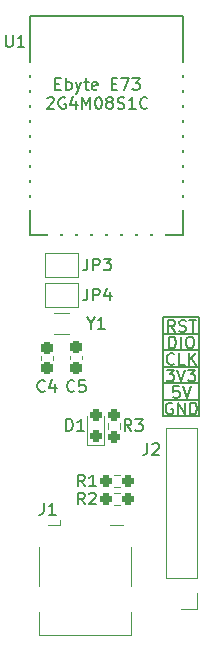
<source format=gto>
G04 #@! TF.GenerationSoftware,KiCad,Pcbnew,(6.0.2)*
G04 #@! TF.CreationDate,2022-03-28T20:02:01+02:00*
G04 #@! TF.ProjectId,nRF52840,6e524635-3238-4343-902e-6b696361645f,rev?*
G04 #@! TF.SameCoordinates,Original*
G04 #@! TF.FileFunction,Legend,Top*
G04 #@! TF.FilePolarity,Positive*
%FSLAX46Y46*%
G04 Gerber Fmt 4.6, Leading zero omitted, Abs format (unit mm)*
G04 Created by KiCad (PCBNEW (6.0.2)) date 2022-03-28 20:02:01*
%MOMM*%
%LPD*%
G01*
G04 APERTURE LIST*
G04 Aperture macros list*
%AMRoundRect*
0 Rectangle with rounded corners*
0 $1 Rounding radius*
0 $2 $3 $4 $5 $6 $7 $8 $9 X,Y pos of 4 corners*
0 Add a 4 corners polygon primitive as box body*
4,1,4,$2,$3,$4,$5,$6,$7,$8,$9,$2,$3,0*
0 Add four circle primitives for the rounded corners*
1,1,$1+$1,$2,$3*
1,1,$1+$1,$4,$5*
1,1,$1+$1,$6,$7*
1,1,$1+$1,$8,$9*
0 Add four rect primitives between the rounded corners*
20,1,$1+$1,$2,$3,$4,$5,0*
20,1,$1+$1,$4,$5,$6,$7,0*
20,1,$1+$1,$6,$7,$8,$9,0*
20,1,$1+$1,$8,$9,$2,$3,0*%
%AMFreePoly0*
4,1,6,1.000000,0.000000,0.500000,-0.750000,-0.500000,-0.750000,-0.500000,0.750000,0.500000,0.750000,1.000000,0.000000,1.000000,0.000000,$1*%
%AMFreePoly1*
4,1,6,0.500000,-0.750000,-0.650000,-0.750000,-0.150000,0.000000,-0.650000,0.750000,0.500000,0.750000,0.500000,-0.750000,0.500000,-0.750000,$1*%
G04 Aperture macros list end*
%ADD10C,0.150000*%
%ADD11C,0.127000*%
%ADD12C,0.120000*%
%ADD13R,2.000000X1.000000*%
%ADD14R,1.000000X2.000000*%
%ADD15R,0.900000X0.900000*%
%ADD16RoundRect,0.237500X0.237500X-0.300000X0.237500X0.300000X-0.237500X0.300000X-0.237500X-0.300000X0*%
%ADD17FreePoly0,0.000000*%
%ADD18FreePoly1,0.000000*%
%ADD19RoundRect,0.237500X0.237500X-0.287500X0.237500X0.287500X-0.237500X0.287500X-0.237500X-0.287500X0*%
%ADD20RoundRect,0.237500X0.237500X-0.250000X0.237500X0.250000X-0.237500X0.250000X-0.237500X-0.250000X0*%
%ADD21C,1.000000*%
%ADD22R,0.500000X2.000000*%
%ADD23R,2.000000X1.700000*%
%ADD24RoundRect,0.237500X-0.250000X-0.237500X0.250000X-0.237500X0.250000X0.237500X-0.250000X0.237500X0*%
%ADD25FreePoly0,180.000000*%
%ADD26FreePoly1,180.000000*%
%ADD27R,1.000000X1.800000*%
%ADD28R,1.700000X1.700000*%
%ADD29O,1.700000X1.700000*%
G04 APERTURE END LIST*
D10*
X150876000Y-92837000D02*
X153924000Y-92837000D01*
X150876000Y-99822000D02*
X153924000Y-99822000D01*
X150876000Y-91440000D02*
X153924000Y-91440000D01*
X153924000Y-91440000D02*
X153924000Y-97028000D01*
X153924000Y-97028000D02*
X150876000Y-97028000D01*
X150876000Y-97028000D02*
X150876000Y-91440000D01*
X150876000Y-95631000D02*
X153924000Y-95631000D01*
X153924000Y-99822000D02*
X153924000Y-97028000D01*
X153924000Y-94234000D02*
X150876000Y-94234000D01*
X150876000Y-97028000D02*
X150876000Y-99822000D01*
X153924000Y-98425000D02*
X150876000Y-98425000D01*
X141740380Y-71640571D02*
X142073714Y-71640571D01*
X142216571Y-72164380D02*
X141740380Y-72164380D01*
X141740380Y-71164380D01*
X142216571Y-71164380D01*
X142645142Y-72164380D02*
X142645142Y-71164380D01*
X142645142Y-71545333D02*
X142740380Y-71497714D01*
X142930857Y-71497714D01*
X143026095Y-71545333D01*
X143073714Y-71592952D01*
X143121333Y-71688190D01*
X143121333Y-71973904D01*
X143073714Y-72069142D01*
X143026095Y-72116761D01*
X142930857Y-72164380D01*
X142740380Y-72164380D01*
X142645142Y-72116761D01*
X143454666Y-71497714D02*
X143692761Y-72164380D01*
X143930857Y-71497714D02*
X143692761Y-72164380D01*
X143597523Y-72402476D01*
X143549904Y-72450095D01*
X143454666Y-72497714D01*
X144168952Y-71497714D02*
X144549904Y-71497714D01*
X144311809Y-71164380D02*
X144311809Y-72021523D01*
X144359428Y-72116761D01*
X144454666Y-72164380D01*
X144549904Y-72164380D01*
X145264190Y-72116761D02*
X145168952Y-72164380D01*
X144978476Y-72164380D01*
X144883238Y-72116761D01*
X144835619Y-72021523D01*
X144835619Y-71640571D01*
X144883238Y-71545333D01*
X144978476Y-71497714D01*
X145168952Y-71497714D01*
X145264190Y-71545333D01*
X145311809Y-71640571D01*
X145311809Y-71735809D01*
X144835619Y-71831047D01*
X146502285Y-71640571D02*
X146835619Y-71640571D01*
X146978476Y-72164380D02*
X146502285Y-72164380D01*
X146502285Y-71164380D01*
X146978476Y-71164380D01*
X147311809Y-71164380D02*
X147978476Y-71164380D01*
X147549904Y-72164380D01*
X148264190Y-71164380D02*
X148883238Y-71164380D01*
X148549904Y-71545333D01*
X148692761Y-71545333D01*
X148788000Y-71592952D01*
X148835619Y-71640571D01*
X148883238Y-71735809D01*
X148883238Y-71973904D01*
X148835619Y-72069142D01*
X148788000Y-72116761D01*
X148692761Y-72164380D01*
X148407047Y-72164380D01*
X148311809Y-72116761D01*
X148264190Y-72069142D01*
X141049904Y-72869619D02*
X141097523Y-72822000D01*
X141192761Y-72774380D01*
X141430857Y-72774380D01*
X141526095Y-72822000D01*
X141573714Y-72869619D01*
X141621333Y-72964857D01*
X141621333Y-73060095D01*
X141573714Y-73202952D01*
X141002285Y-73774380D01*
X141621333Y-73774380D01*
X142573714Y-72822000D02*
X142478476Y-72774380D01*
X142335619Y-72774380D01*
X142192761Y-72822000D01*
X142097523Y-72917238D01*
X142049904Y-73012476D01*
X142002285Y-73202952D01*
X142002285Y-73345809D01*
X142049904Y-73536285D01*
X142097523Y-73631523D01*
X142192761Y-73726761D01*
X142335619Y-73774380D01*
X142430857Y-73774380D01*
X142573714Y-73726761D01*
X142621333Y-73679142D01*
X142621333Y-73345809D01*
X142430857Y-73345809D01*
X143478476Y-73107714D02*
X143478476Y-73774380D01*
X143240380Y-72726761D02*
X143002285Y-73441047D01*
X143621333Y-73441047D01*
X144002285Y-73774380D02*
X144002285Y-72774380D01*
X144335619Y-73488666D01*
X144668952Y-72774380D01*
X144668952Y-73774380D01*
X145335619Y-72774380D02*
X145430857Y-72774380D01*
X145526095Y-72822000D01*
X145573714Y-72869619D01*
X145621333Y-72964857D01*
X145668952Y-73155333D01*
X145668952Y-73393428D01*
X145621333Y-73583904D01*
X145573714Y-73679142D01*
X145526095Y-73726761D01*
X145430857Y-73774380D01*
X145335619Y-73774380D01*
X145240380Y-73726761D01*
X145192761Y-73679142D01*
X145145142Y-73583904D01*
X145097523Y-73393428D01*
X145097523Y-73155333D01*
X145145142Y-72964857D01*
X145192761Y-72869619D01*
X145240380Y-72822000D01*
X145335619Y-72774380D01*
X146240380Y-73202952D02*
X146145142Y-73155333D01*
X146097523Y-73107714D01*
X146049904Y-73012476D01*
X146049904Y-72964857D01*
X146097523Y-72869619D01*
X146145142Y-72822000D01*
X146240380Y-72774380D01*
X146430857Y-72774380D01*
X146526095Y-72822000D01*
X146573714Y-72869619D01*
X146621333Y-72964857D01*
X146621333Y-73012476D01*
X146573714Y-73107714D01*
X146526095Y-73155333D01*
X146430857Y-73202952D01*
X146240380Y-73202952D01*
X146145142Y-73250571D01*
X146097523Y-73298190D01*
X146049904Y-73393428D01*
X146049904Y-73583904D01*
X146097523Y-73679142D01*
X146145142Y-73726761D01*
X146240380Y-73774380D01*
X146430857Y-73774380D01*
X146526095Y-73726761D01*
X146573714Y-73679142D01*
X146621333Y-73583904D01*
X146621333Y-73393428D01*
X146573714Y-73298190D01*
X146526095Y-73250571D01*
X146430857Y-73202952D01*
X147002285Y-73726761D02*
X147145142Y-73774380D01*
X147383238Y-73774380D01*
X147478476Y-73726761D01*
X147526095Y-73679142D01*
X147573714Y-73583904D01*
X147573714Y-73488666D01*
X147526095Y-73393428D01*
X147478476Y-73345809D01*
X147383238Y-73298190D01*
X147192761Y-73250571D01*
X147097523Y-73202952D01*
X147049904Y-73155333D01*
X147002285Y-73060095D01*
X147002285Y-72964857D01*
X147049904Y-72869619D01*
X147097523Y-72822000D01*
X147192761Y-72774380D01*
X147430857Y-72774380D01*
X147573714Y-72822000D01*
X148526095Y-73774380D02*
X147954666Y-73774380D01*
X148240380Y-73774380D02*
X148240380Y-72774380D01*
X148145142Y-72917238D01*
X148049904Y-73012476D01*
X147954666Y-73060095D01*
X149526095Y-73679142D02*
X149478476Y-73726761D01*
X149335619Y-73774380D01*
X149240380Y-73774380D01*
X149097523Y-73726761D01*
X149002285Y-73631523D01*
X148954666Y-73536285D01*
X148907047Y-73345809D01*
X148907047Y-73202952D01*
X148954666Y-73012476D01*
X149002285Y-72917238D01*
X149097523Y-72822000D01*
X149240380Y-72774380D01*
X149335619Y-72774380D01*
X149478476Y-72822000D01*
X149526095Y-72869619D01*
X151376190Y-94051380D02*
X151376190Y-93051380D01*
X151614285Y-93051380D01*
X151757142Y-93099000D01*
X151852380Y-93194238D01*
X151900000Y-93289476D01*
X151947619Y-93479952D01*
X151947619Y-93622809D01*
X151900000Y-93813285D01*
X151852380Y-93908523D01*
X151757142Y-94003761D01*
X151614285Y-94051380D01*
X151376190Y-94051380D01*
X152376190Y-94051380D02*
X152376190Y-93051380D01*
X153042857Y-93051380D02*
X153233333Y-93051380D01*
X153328571Y-93099000D01*
X153423809Y-93194238D01*
X153471428Y-93384714D01*
X153471428Y-93718047D01*
X153423809Y-93908523D01*
X153328571Y-94003761D01*
X153233333Y-94051380D01*
X153042857Y-94051380D01*
X152947619Y-94003761D01*
X152852380Y-93908523D01*
X152804761Y-93718047D01*
X152804761Y-93384714D01*
X152852380Y-93194238D01*
X152947619Y-93099000D01*
X153042857Y-93051380D01*
X151852380Y-92654380D02*
X151519047Y-92178190D01*
X151280952Y-92654380D02*
X151280952Y-91654380D01*
X151661904Y-91654380D01*
X151757142Y-91702000D01*
X151804761Y-91749619D01*
X151852380Y-91844857D01*
X151852380Y-91987714D01*
X151804761Y-92082952D01*
X151757142Y-92130571D01*
X151661904Y-92178190D01*
X151280952Y-92178190D01*
X152233333Y-92606761D02*
X152376190Y-92654380D01*
X152614285Y-92654380D01*
X152709523Y-92606761D01*
X152757142Y-92559142D01*
X152804761Y-92463904D01*
X152804761Y-92368666D01*
X152757142Y-92273428D01*
X152709523Y-92225809D01*
X152614285Y-92178190D01*
X152423809Y-92130571D01*
X152328571Y-92082952D01*
X152280952Y-92035333D01*
X152233333Y-91940095D01*
X152233333Y-91844857D01*
X152280952Y-91749619D01*
X152328571Y-91702000D01*
X152423809Y-91654380D01*
X152661904Y-91654380D01*
X152804761Y-91702000D01*
X153090476Y-91654380D02*
X153661904Y-91654380D01*
X153376190Y-92654380D02*
X153376190Y-91654380D01*
X152209523Y-97242380D02*
X151733333Y-97242380D01*
X151685714Y-97718571D01*
X151733333Y-97670952D01*
X151828571Y-97623333D01*
X152066666Y-97623333D01*
X152161904Y-97670952D01*
X152209523Y-97718571D01*
X152257142Y-97813809D01*
X152257142Y-98051904D01*
X152209523Y-98147142D01*
X152161904Y-98194761D01*
X152066666Y-98242380D01*
X151828571Y-98242380D01*
X151733333Y-98194761D01*
X151685714Y-98147142D01*
X152542857Y-97242380D02*
X152876190Y-98242380D01*
X153209523Y-97242380D01*
X151638095Y-98687000D02*
X151542857Y-98639380D01*
X151400000Y-98639380D01*
X151257142Y-98687000D01*
X151161904Y-98782238D01*
X151114285Y-98877476D01*
X151066666Y-99067952D01*
X151066666Y-99210809D01*
X151114285Y-99401285D01*
X151161904Y-99496523D01*
X151257142Y-99591761D01*
X151400000Y-99639380D01*
X151495238Y-99639380D01*
X151638095Y-99591761D01*
X151685714Y-99544142D01*
X151685714Y-99210809D01*
X151495238Y-99210809D01*
X152114285Y-99639380D02*
X152114285Y-98639380D01*
X152685714Y-99639380D01*
X152685714Y-98639380D01*
X153161904Y-99639380D02*
X153161904Y-98639380D01*
X153400000Y-98639380D01*
X153542857Y-98687000D01*
X153638095Y-98782238D01*
X153685714Y-98877476D01*
X153733333Y-99067952D01*
X153733333Y-99210809D01*
X153685714Y-99401285D01*
X153638095Y-99496523D01*
X153542857Y-99591761D01*
X153400000Y-99639380D01*
X153161904Y-99639380D01*
X151161904Y-95845380D02*
X151780952Y-95845380D01*
X151447619Y-96226333D01*
X151590476Y-96226333D01*
X151685714Y-96273952D01*
X151733333Y-96321571D01*
X151780952Y-96416809D01*
X151780952Y-96654904D01*
X151733333Y-96750142D01*
X151685714Y-96797761D01*
X151590476Y-96845380D01*
X151304761Y-96845380D01*
X151209523Y-96797761D01*
X151161904Y-96750142D01*
X152066666Y-95845380D02*
X152400000Y-96845380D01*
X152733333Y-95845380D01*
X152971428Y-95845380D02*
X153590476Y-95845380D01*
X153257142Y-96226333D01*
X153400000Y-96226333D01*
X153495238Y-96273952D01*
X153542857Y-96321571D01*
X153590476Y-96416809D01*
X153590476Y-96654904D01*
X153542857Y-96750142D01*
X153495238Y-96797761D01*
X153400000Y-96845380D01*
X153114285Y-96845380D01*
X153019047Y-96797761D01*
X152971428Y-96750142D01*
X151804761Y-95353142D02*
X151757142Y-95400761D01*
X151614285Y-95448380D01*
X151519047Y-95448380D01*
X151376190Y-95400761D01*
X151280952Y-95305523D01*
X151233333Y-95210285D01*
X151185714Y-95019809D01*
X151185714Y-94876952D01*
X151233333Y-94686476D01*
X151280952Y-94591238D01*
X151376190Y-94496000D01*
X151519047Y-94448380D01*
X151614285Y-94448380D01*
X151757142Y-94496000D01*
X151804761Y-94543619D01*
X152709523Y-95448380D02*
X152233333Y-95448380D01*
X152233333Y-94448380D01*
X153042857Y-95448380D02*
X153042857Y-94448380D01*
X153614285Y-95448380D02*
X153185714Y-94876952D01*
X153614285Y-94448380D02*
X153042857Y-95019809D01*
X137541095Y-67524380D02*
X137541095Y-68333904D01*
X137588714Y-68429142D01*
X137636333Y-68476761D01*
X137731571Y-68524380D01*
X137922047Y-68524380D01*
X138017285Y-68476761D01*
X138064904Y-68429142D01*
X138112523Y-68333904D01*
X138112523Y-67524380D01*
X139112523Y-68524380D02*
X138541095Y-68524380D01*
X138826809Y-68524380D02*
X138826809Y-67524380D01*
X138731571Y-67667238D01*
X138636333Y-67762476D01*
X138541095Y-67810095D01*
X143343333Y-97639142D02*
X143295714Y-97686761D01*
X143152857Y-97734380D01*
X143057619Y-97734380D01*
X142914761Y-97686761D01*
X142819523Y-97591523D01*
X142771904Y-97496285D01*
X142724285Y-97305809D01*
X142724285Y-97162952D01*
X142771904Y-96972476D01*
X142819523Y-96877238D01*
X142914761Y-96782000D01*
X143057619Y-96734380D01*
X143152857Y-96734380D01*
X143295714Y-96782000D01*
X143343333Y-96829619D01*
X144248095Y-96734380D02*
X143771904Y-96734380D01*
X143724285Y-97210571D01*
X143771904Y-97162952D01*
X143867142Y-97115333D01*
X144105238Y-97115333D01*
X144200476Y-97162952D01*
X144248095Y-97210571D01*
X144295714Y-97305809D01*
X144295714Y-97543904D01*
X144248095Y-97639142D01*
X144200476Y-97686761D01*
X144105238Y-97734380D01*
X143867142Y-97734380D01*
X143771904Y-97686761D01*
X143724285Y-97639142D01*
X144454666Y-86447380D02*
X144454666Y-87161666D01*
X144407047Y-87304523D01*
X144311809Y-87399761D01*
X144168952Y-87447380D01*
X144073714Y-87447380D01*
X144930857Y-87447380D02*
X144930857Y-86447380D01*
X145311809Y-86447380D01*
X145407047Y-86495000D01*
X145454666Y-86542619D01*
X145502285Y-86637857D01*
X145502285Y-86780714D01*
X145454666Y-86875952D01*
X145407047Y-86923571D01*
X145311809Y-86971190D01*
X144930857Y-86971190D01*
X145835619Y-86447380D02*
X146454666Y-86447380D01*
X146121333Y-86828333D01*
X146264190Y-86828333D01*
X146359428Y-86875952D01*
X146407047Y-86923571D01*
X146454666Y-87018809D01*
X146454666Y-87256904D01*
X146407047Y-87352142D01*
X146359428Y-87399761D01*
X146264190Y-87447380D01*
X145978476Y-87447380D01*
X145883238Y-87399761D01*
X145835619Y-87352142D01*
X140843333Y-97639142D02*
X140795714Y-97686761D01*
X140652857Y-97734380D01*
X140557619Y-97734380D01*
X140414761Y-97686761D01*
X140319523Y-97591523D01*
X140271904Y-97496285D01*
X140224285Y-97305809D01*
X140224285Y-97162952D01*
X140271904Y-96972476D01*
X140319523Y-96877238D01*
X140414761Y-96782000D01*
X140557619Y-96734380D01*
X140652857Y-96734380D01*
X140795714Y-96782000D01*
X140843333Y-96829619D01*
X141700476Y-97067714D02*
X141700476Y-97734380D01*
X141462380Y-96686761D02*
X141224285Y-97401047D01*
X141843333Y-97401047D01*
X142644904Y-101022380D02*
X142644904Y-100022380D01*
X142883000Y-100022380D01*
X143025857Y-100070000D01*
X143121095Y-100165238D01*
X143168714Y-100260476D01*
X143216333Y-100450952D01*
X143216333Y-100593809D01*
X143168714Y-100784285D01*
X143121095Y-100879523D01*
X143025857Y-100974761D01*
X142883000Y-101022380D01*
X142644904Y-101022380D01*
X144168714Y-101022380D02*
X143597285Y-101022380D01*
X143883000Y-101022380D02*
X143883000Y-100022380D01*
X143787761Y-100165238D01*
X143692523Y-100260476D01*
X143597285Y-100308095D01*
X148169333Y-101059880D02*
X147836000Y-100583690D01*
X147597904Y-101059880D02*
X147597904Y-100059880D01*
X147978857Y-100059880D01*
X148074095Y-100107500D01*
X148121714Y-100155119D01*
X148169333Y-100250357D01*
X148169333Y-100393214D01*
X148121714Y-100488452D01*
X148074095Y-100536071D01*
X147978857Y-100583690D01*
X147597904Y-100583690D01*
X148502666Y-100059880D02*
X149121714Y-100059880D01*
X148788380Y-100440833D01*
X148931238Y-100440833D01*
X149026476Y-100488452D01*
X149074095Y-100536071D01*
X149121714Y-100631309D01*
X149121714Y-100869404D01*
X149074095Y-100964642D01*
X149026476Y-101012261D01*
X148931238Y-101059880D01*
X148645523Y-101059880D01*
X148550285Y-101012261D01*
X148502666Y-100964642D01*
X140763666Y-107148380D02*
X140763666Y-107862666D01*
X140716047Y-108005523D01*
X140620809Y-108100761D01*
X140477952Y-108148380D01*
X140382714Y-108148380D01*
X141763666Y-108148380D02*
X141192238Y-108148380D01*
X141477952Y-108148380D02*
X141477952Y-107148380D01*
X141382714Y-107291238D01*
X141287476Y-107386476D01*
X141192238Y-107434095D01*
X144232333Y-105735380D02*
X143899000Y-105259190D01*
X143660904Y-105735380D02*
X143660904Y-104735380D01*
X144041857Y-104735380D01*
X144137095Y-104783000D01*
X144184714Y-104830619D01*
X144232333Y-104925857D01*
X144232333Y-105068714D01*
X144184714Y-105163952D01*
X144137095Y-105211571D01*
X144041857Y-105259190D01*
X143660904Y-105259190D01*
X145184714Y-105735380D02*
X144613285Y-105735380D01*
X144899000Y-105735380D02*
X144899000Y-104735380D01*
X144803761Y-104878238D01*
X144708523Y-104973476D01*
X144613285Y-105021095D01*
X144454666Y-88987380D02*
X144454666Y-89701666D01*
X144407047Y-89844523D01*
X144311809Y-89939761D01*
X144168952Y-89987380D01*
X144073714Y-89987380D01*
X144930857Y-89987380D02*
X144930857Y-88987380D01*
X145311809Y-88987380D01*
X145407047Y-89035000D01*
X145454666Y-89082619D01*
X145502285Y-89177857D01*
X145502285Y-89320714D01*
X145454666Y-89415952D01*
X145407047Y-89463571D01*
X145311809Y-89511190D01*
X144930857Y-89511190D01*
X146359428Y-89320714D02*
X146359428Y-89987380D01*
X146121333Y-88939761D02*
X145883238Y-89654047D01*
X146502285Y-89654047D01*
X144724809Y-91924190D02*
X144724809Y-92400380D01*
X144391476Y-91400380D02*
X144724809Y-91924190D01*
X145058142Y-91400380D01*
X145915285Y-92400380D02*
X145343857Y-92400380D01*
X145629571Y-92400380D02*
X145629571Y-91400380D01*
X145534333Y-91543238D01*
X145439095Y-91638476D01*
X145343857Y-91686095D01*
X149526666Y-102068380D02*
X149526666Y-102782666D01*
X149479047Y-102925523D01*
X149383809Y-103020761D01*
X149240952Y-103068380D01*
X149145714Y-103068380D01*
X149955238Y-102163619D02*
X150002857Y-102116000D01*
X150098095Y-102068380D01*
X150336190Y-102068380D01*
X150431428Y-102116000D01*
X150479047Y-102163619D01*
X150526666Y-102258857D01*
X150526666Y-102354095D01*
X150479047Y-102496952D01*
X149907619Y-103068380D01*
X150526666Y-103068380D01*
X144232333Y-107259380D02*
X143899000Y-106783190D01*
X143660904Y-107259380D02*
X143660904Y-106259380D01*
X144041857Y-106259380D01*
X144137095Y-106307000D01*
X144184714Y-106354619D01*
X144232333Y-106449857D01*
X144232333Y-106592714D01*
X144184714Y-106687952D01*
X144137095Y-106735571D01*
X144041857Y-106783190D01*
X143660904Y-106783190D01*
X144613285Y-106354619D02*
X144660904Y-106307000D01*
X144756142Y-106259380D01*
X144994238Y-106259380D01*
X145089476Y-106307000D01*
X145137095Y-106354619D01*
X145184714Y-106449857D01*
X145184714Y-106545095D01*
X145137095Y-106687952D01*
X144565666Y-107259380D01*
X145184714Y-107259380D01*
D11*
X152550000Y-84438000D02*
X152550000Y-65938000D01*
X139550000Y-84438000D02*
X152550000Y-84438000D01*
X139550000Y-65938000D02*
X139550000Y-84438000D01*
X152550000Y-65938000D02*
X139550000Y-65938000D01*
D12*
X144020000Y-94988767D02*
X144020000Y-94696233D01*
X143000000Y-94988767D02*
X143000000Y-94696233D01*
X143643000Y-87995000D02*
X140843000Y-87995000D01*
X140843000Y-85995000D02*
X143643000Y-85995000D01*
X143643000Y-85995000D02*
X143643000Y-87995000D01*
X140843000Y-87995000D02*
X140843000Y-85995000D01*
X140500000Y-95015267D02*
X140500000Y-94722733D01*
X141520000Y-95015267D02*
X141520000Y-94722733D01*
X144426000Y-102230000D02*
X145896000Y-102230000D01*
X144426000Y-99770000D02*
X144426000Y-102230000D01*
X145896000Y-102230000D02*
X145896000Y-99770000D01*
X147207500Y-100862224D02*
X147207500Y-100352776D01*
X146162500Y-100862224D02*
X146162500Y-100352776D01*
X142162000Y-108985000D02*
X142162000Y-108555000D01*
X148182000Y-118305000D02*
X140362000Y-118305000D01*
X141082000Y-108985000D02*
X142162000Y-108985000D01*
X140362000Y-118305000D02*
X140362000Y-116355000D01*
X148182000Y-118305000D02*
X148182000Y-116355000D01*
X148182000Y-114135000D02*
X148182000Y-110905000D01*
X146382000Y-108985000D02*
X147462000Y-108985000D01*
X140362000Y-114135000D02*
X140362000Y-110905000D01*
X146707776Y-105805500D02*
X147217224Y-105805500D01*
X146707776Y-104760500D02*
X147217224Y-104760500D01*
X143643000Y-88535000D02*
X143643000Y-90535000D01*
X140843000Y-88535000D02*
X143643000Y-88535000D01*
X143643000Y-90535000D02*
X140843000Y-90535000D01*
X140843000Y-90535000D02*
X140843000Y-88535000D01*
X141585000Y-92823000D02*
X142935000Y-92823000D01*
X141585000Y-91073000D02*
X142935000Y-91073000D01*
X153730000Y-116138000D02*
X152400000Y-116138000D01*
X153730000Y-100778000D02*
X151070000Y-100778000D01*
X153730000Y-113538000D02*
X151070000Y-113538000D01*
X153730000Y-114808000D02*
X153730000Y-116138000D01*
X153730000Y-113538000D02*
X153730000Y-100778000D01*
X151070000Y-113538000D02*
X151070000Y-100778000D01*
X146707776Y-106284500D02*
X147217224Y-106284500D01*
X146707776Y-107329500D02*
X147217224Y-107329500D01*
%LPC*%
D13*
X139550000Y-70408000D03*
X139550000Y-71678000D03*
X139550000Y-72948000D03*
X139550000Y-74218000D03*
X139550000Y-75488000D03*
X139550000Y-76758000D03*
X139550000Y-78028000D03*
X139550000Y-79298000D03*
X139550000Y-80568000D03*
X139550000Y-81838000D03*
D14*
X141610000Y-84438000D03*
D15*
X142240000Y-82338000D03*
D14*
X142880000Y-84438000D03*
D15*
X143510000Y-82338000D03*
D14*
X144150000Y-84438000D03*
D15*
X144780000Y-82338000D03*
D14*
X145420000Y-84438000D03*
D15*
X146050000Y-82338000D03*
D14*
X146690000Y-84438000D03*
D15*
X147320000Y-82338000D03*
D14*
X147960000Y-84438000D03*
D15*
X148590000Y-82338000D03*
D14*
X149230000Y-84438000D03*
D15*
X149860000Y-82338000D03*
D14*
X150500000Y-84438000D03*
D13*
X152550000Y-81838000D03*
X152550000Y-80568000D03*
D15*
X150450000Y-79933000D03*
D13*
X152550000Y-79298000D03*
D15*
X150450000Y-78663000D03*
D13*
X152550000Y-78028000D03*
D15*
X150450000Y-77393000D03*
D13*
X152550000Y-76758000D03*
D15*
X150450000Y-76123000D03*
D13*
X152550000Y-75488000D03*
D15*
X150450000Y-74853000D03*
D13*
X152550000Y-74218000D03*
D15*
X150450000Y-73583000D03*
D13*
X152550000Y-72948000D03*
D15*
X150450000Y-72313000D03*
D13*
X152550000Y-71678000D03*
D15*
X150450000Y-71043000D03*
D13*
X152550000Y-70408000D03*
D16*
X143510000Y-95705000D03*
X143510000Y-93980000D03*
D17*
X141518000Y-86995000D03*
D18*
X142968000Y-86995000D03*
D16*
X141010000Y-95731500D03*
X141010000Y-94006500D03*
D19*
X145161000Y-101445000D03*
X145161000Y-99695000D03*
D20*
X146685000Y-101520000D03*
X146685000Y-99695000D03*
D21*
X142072000Y-112395000D03*
X146472000Y-112395000D03*
D22*
X142672000Y-109695000D03*
X143472000Y-109695000D03*
X144272000Y-109695000D03*
X145072000Y-109695000D03*
X145872000Y-109695000D03*
D23*
X148722000Y-109795000D03*
X148722000Y-115245000D03*
X139822000Y-115245000D03*
X139822000Y-109795000D03*
D24*
X146050000Y-105283000D03*
X147875000Y-105283000D03*
D25*
X142968000Y-89535000D03*
D26*
X141518000Y-89535000D03*
D27*
X143510000Y-91948000D03*
X141010000Y-91948000D03*
D28*
X152400000Y-114808000D03*
D29*
X152400000Y-112268000D03*
X152400000Y-109728000D03*
X152400000Y-107188000D03*
X152400000Y-104648000D03*
X152400000Y-102108000D03*
D24*
X146050000Y-106807000D03*
X147875000Y-106807000D03*
D28*
X156210000Y-114808000D03*
D29*
X156210000Y-112268000D03*
X156210000Y-109728000D03*
X156210000Y-107188000D03*
X156210000Y-104648000D03*
X156210000Y-102108000D03*
X156210000Y-99568000D03*
X156210000Y-97028000D03*
X156210000Y-94488000D03*
X156210000Y-91948000D03*
X156210000Y-89408000D03*
X156210000Y-86868000D03*
X156210000Y-84328000D03*
X156210000Y-81788000D03*
X156210000Y-79248000D03*
X156210000Y-76708000D03*
X156210000Y-74168000D03*
X156210000Y-71628000D03*
D28*
X135890000Y-114808000D03*
D29*
X135890000Y-112268000D03*
X135890000Y-109728000D03*
X135890000Y-107188000D03*
X135890000Y-104648000D03*
X135890000Y-102108000D03*
X135890000Y-99568000D03*
X135890000Y-97028000D03*
X135890000Y-94488000D03*
X135890000Y-91948000D03*
X135890000Y-89408000D03*
X135890000Y-86868000D03*
X135890000Y-84328000D03*
X135890000Y-81788000D03*
X135890000Y-79248000D03*
X135890000Y-76708000D03*
X135890000Y-74168000D03*
X135890000Y-71628000D03*
M02*

</source>
